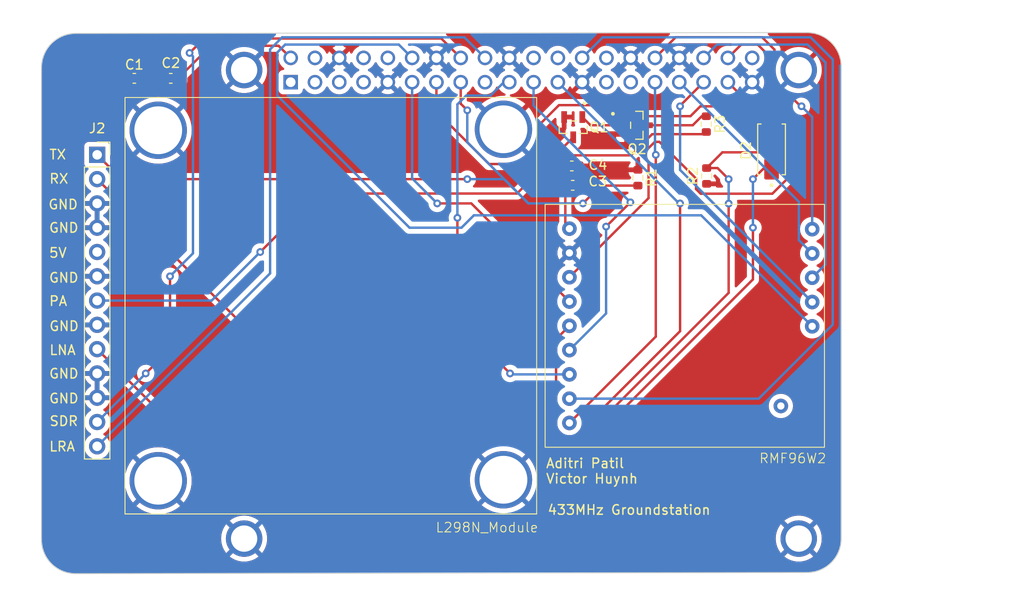
<source format=kicad_pcb>
(kicad_pcb (version 20221018) (generator pcbnew)
  (layers (0 "F.Cu" signal) (1 "In1.Cu" signal) (2 "In2.Cu" signal) (31 "B.Cu" signal) (34 "B.Paste" user) (35 "F.Paste" user) (36 "B.SilkS" user "B.Silkscreen") (37 "F.SilkS" user "F.Silkscreen") (38 "B.Mask" user) (39 "F.Mask" user) (44 "Edge.Cuts" user))
  (net 0 "")
  (net 1 "GND")
  (net 5 "LNA_PTT")
  (net 12 "/PTT_OUT")
  (net 15 "/DIO0")
  (net 16 "/DIO5")
  (net 17 "TX_CTRL")
  (net 18 "/DIO1")
  (net 19 "/DIO2")
  (net 20 "/DIO4")
  (net 21 "/DIO3")
  (net 22 "RX_CTRL")
  (net 23 "/enable")
  (net 24 "PA_PTT")
  (net 25 "+5V")
  (net 26 "Net-(J1-In)")
  (net 28 "Net-(Q1-Pad1)")
  (net 29 "/RST")
  (net 30 "/CS")
  (net 31 "/SCK")
  (net 32 "/MISO")
  (net 33 "/MOSI")
  (net 34 "LORA_CTRL")
  (net 35 "SDR_CTRL")
  (footprint "Capacitor_SMD:C_0603_1608Metric" (layer "F.Cu") (at 168.289381 79.387841)
    (fp_text reference "C3" (at 2.6162 -0.4064) (layer "F.SilkS"))
    (fp_text value "10uF")
    (fp_line (start -0.14058 -0.51) (end 0.14058 -0.51) (stroke (width 0.12)) (layer "F.SilkS"))
    (fp_line (start -0.14058 0.51) (end 0.14058 0.51) (stroke (width 0.12)) (layer "F.SilkS"))
    (pad "1" smd roundrect (at -0.775 0) (size 0.9 0.95) (layers "F.Cu" "F.Paste" "F.Mask") (net 25 "+5V"))
    (pad "2" smd roundrect (at 0.775 0) (size 0.9 0.95) (layers "F.Cu" "F.Paste" "F.Mask") (net 1 "GND"))
  )
  (footprint "RASPBERRY_PI_4B_4GB:SOT95P240X111-3N" (layer "F.Cu") (at 168.338805 73.308702 -90)
    (fp_text reference "Q1" (at 0.024711 -2.700875 -180) (layer "F.SilkS"))
    (fp_text value "2N7002")
    (fp_line (start -0.65 -0.33) (end -0.65 0.33) (stroke (width 0.127)) (layer "F.SilkS"))
    (fp_line (start 0.65 -1.46) (end -0.125 -1.46) (stroke (width 0.127)) (layer "F.SilkS"))
    (fp_line (start 0.65 -0.62) (end 0.65 -1.46) (stroke (width 0.127)) (layer "F.SilkS"))
    (fp_line (start 0.65 0.62) (end 0.65 1.46) (stroke (width 0.127)) (layer "F.SilkS"))
    (fp_line (start 0.65 1.46) (end -0.125 1.46) (stroke (width 0.127)) (layer "F.SilkS"))
    (fp_circle (center -2.5 -1.2) (end -2.4 -1.2) (stroke (width 0.2)) (fill none) (layer "F.SilkS"))
    (pad "1" smd roundrect (at -1.06 -0.95 270) (size 1.23 0.6) (layers "F.Cu" "F.Paste" "F.Mask") (roundrect_rratio 0.07) (net 28 "Net-(Q1-Pad1)"))
    (pad "2" smd roundrect (at -1.06 0.95 270) (size 1.23 0.6) (layers "F.Cu" "F.Paste" "F.Mask") (roundrect_rratio 0.07) (net 1 "GND"))
    (pad "3" smd roundrect (at 1.06 0 270) (size 1.23 0.6) (layers "F.Cu" "F.Paste" "F.Mask") (roundrect_rratio 0.07) (net 24 "PA_PTT"))
  )
  (footprint "Resistor_SMD:R_0603_1608Metric" (layer "F.Cu") (at 182.294031 78.406388 90)
    (fp_text reference "R2" (at 0 -1.43 90) (layer "F.SilkS"))
    (fp_text value "10k")
    (fp_line (start -0.237258 -0.5225) (end 0.237258 -0.5225) (stroke (width 0.12)) (layer "F.SilkS"))
    (fp_line (start -0.237258 0.5225) (end 0.237258 0.5225) (stroke (width 0.12)) (layer "F.SilkS"))
    (pad "1" smd roundrect (at -0.825 0 90) (size 0.8 0.95) (layers "F.Cu" "F.Paste" "F.Mask") (net 1 "GND"))
    (pad "2" smd roundrect (at 0.825 0 90) (size 0.8 0.95) (layers "F.Cu" "F.Paste" "F.Mask") (net 22 "RX_CTRL"))
  )
  (footprint "RASPBERRY_PI_4B_4GB:MODULE_RASPBERRY_PI_4B_4GB" (layer "F.Cu") (at 172.923029 91.832487)
    (fp_text reference "U2" hide)
    (fp_text value "RASPBERRY_PI_4B_4GB")
    (pad "1" thru_hole rect (at -34.13 -23.23) (size 1.524 1.524) (drill 1.016) (layers "*.Cu" "*.Mask"))
    (pad "2" thru_hole circle (at -34.13 -25.77) (size 1.524 1.524) (drill 1.016) (layers "*.Cu" "*.Mask") (net 25 "+5V"))
    (pad "3" thru_hole circle (at -31.59 -23.23) (size 1.524 1.524) (drill 1.016) (layers "*.Cu" "*.Mask"))
    (pad "4" thru_hole circle (at -31.59 -25.77) (size 1.524 1.524) (drill 1.016) (layers "*.Cu" "*.Mask") (net 25 "+5V"))
    (pad "5" thru_hole circle (at -29.05 -23.23) (size 1.524 1.524) (drill 1.016) (layers "*.Cu" "*.Mask"))
    (pad "6" thru_hole circle (at -29.05 -25.77) (size 1.524 1.524) (drill 1.016) (layers "*.Cu" "*.Mask") (net 1 "GND"))
    (pad "7" thru_hole circle (at -26.51 -23.23) (size 1.524 1.524) (drill 1.016) (layers "*.Cu" "*.Mask"))
    (pad "8" thru_hole circle (at -26.51 -25.77) (size 1.524 1.524) (drill 1.016) (layers "*.Cu" "*.Mask"))
    (pad "9" thru_hole circle (at -23.97 -23.23) (size 1.524 1.524) (drill 1.016) (layers "*.Cu" "*.Mask") (net 1 "GND"))
    (pad "10" thru_hole circle (at -23.97 -25.77) (size 1.524 1.524) (drill 1.016) (layers "*.Cu" "*.Mask"))
    (pad "11" thru_hole circle (at -21.43 -23.23) (size 1.524 1.524) (drill 1.016) (layers "*.Cu" "*.Mask") (net 15 "/DIO0"))
    (pad "12" thru_hole circle (at -21.43 -25.77) (size 1.524 1.524) (drill 1.016) (layers "*.Cu" "*.Mask") (net 16 "/DIO5"))
    (pad "13" thru_hole circle (at -18.89 -23.23) (size 1.524 1.524) (drill 1.016) (layers "*.Cu" "*.Mask") (net 12 "/PTT_OUT"))
    (pad "14" thru_hole circle (at -18.89 -25.77) (size 1.524 1.524) (drill 1.016) (layers "*.Cu" "*.Mask") (net 1 "GND"))
    (pad "15" thru_hole circle (at -16.35 -23.23) (size 1.524 1.524) (drill 1.016) (layers "*.Cu" "*.Mask") (net 17 "TX_CTRL"))
    (pad "16" thru_hole circle (at -16.35 -25.77) (size 1.524 1.524) (drill 1.016) (layers "*.Cu" "*.Mask") (net 35 "SDR_CTRL"))
    (pad "17" thru_hole circle (at -13.81 -23.23) (size 1.524 1.524) (drill 1.016) (layers "*.Cu" "*.Mask"))
    (pad "18" thru_hole circle (at -13.81 -25.77) (size 1.524 1.524) (drill 1.016) (layers "*.Cu" "*.Mask") (net 34 "LORA_CTRL"))
    (pad "19" thru_hole circle (at -11.27 -23.23) (size 1.524 1.524) (drill 1.016) (layers "*.Cu" "*.Mask") (net 33 "/MOSI"))
    (pad "20" thru_hole circle (at -11.27 -25.77) (size 1.524 1.524) (drill 1.016) (layers "*.Cu" "*.Mask") (net 1 "GND"))
    (pad "21" thru_hole circle (at -8.73 -23.23) (size 1.524 1.524) (drill 1.016) (layers "*.Cu" "*.Mask") (net 32 "/MISO"))
    (pad "22" thru_hole circle (at -8.73 -25.77) (size 1.524 1.524) (drill 1.016) (layers "*.Cu" "*.Mask"))
    (pad "23" thru_hole circle (at -6.19 -23.23) (size 1.524 1.524) (drill 1.016) (layers "*.Cu" "*.Mask") (net 31 "/SCK"))
    (pad "24" thru_hole circle (at -6.19 -25.77) (size 1.524 1.524) (drill 1.016) (layers "*.Cu" "*.Mask"))
    (pad "25" thru_hole circle (at -3.65 -23.23) (size 1.524 1.524) (drill 1.016) (layers "*.Cu" "*.Mask") (net 1 "GND"))
    (pad "26" thru_hole circle (at -3.65 -25.77) (size 1.524 1.524) (drill 1.016) (layers "*.Cu" "*.Mask") (net 30 "/CS"))
    (pad "27" thru_hole circle (at -1.11 -23.23) (size 1.524 1.524) (drill 1.016) (layers "*.Cu" "*.Mask"))
    (pad "28" thru_hole circle (at -1.11 -25.77) (size 1.524 1.524) (drill 1.016) (layers "*.Cu" "*.Mask"))
    (pad "29" thru_hole circle (at 1.43 -23.23) (size 1.524 1.524) (drill 1.016) (layers "*.Cu" "*.Mask"))
    (pad "30" thru_hole circle (at 1.43 -25.77) (size 1.524 1.524) (drill 1.016) (layers "*.Cu" "*.Mask") (net 1 "GND"))
    (pad "31" thru_hole circle (at 3.97 -23.23) (size 1.524 1.524) (drill 1.016) (layers "*.Cu" "*.Mask") (net 29 "/RST"))
    (pad "32" thru_hole circle (at 3.97 -25.77) (size 1.524 1.524) (drill 1.016) (layers "*.Cu" "*.Mask") (net 18 "/DIO1"))
    (pad "33" thru_hole circle (at 6.51 -23.23) (size 1.524 1.524) (drill 1.016) (layers "*.Cu" "*.Mask") (net 19 "/DIO2"))
    (pad "34" thru_hole circle (at 6.51 -25.77) (size 1.524 1.524) (drill 1.016) (layers "*.Cu" "*.Mask") (net 1 "GND"))
    (pad "35" thru_hole circle (at 9.05 -23.23) (size 1.524 1.524) (drill 1.016) (layers "*.Cu" "*.Mask") (net 20 "/DIO4"))
    (pad "36" thru_hole circle (at 9.05 -25.77) (size 1.524 1.524) (drill 1.016) (layers "*.Cu" "*.Mask") (net 21 "/DIO3"))
    (pad "37" thru_hole circle (at 11.59 -23.23) (size 1.524 1.524) (drill 1.016) (layers "*.Cu" "*.Mask") (net 22 "RX_CTRL"))
    (pad "38" thru_hole circle (at 11.59 -25.77) (size 1.524 1.524) (drill 1.016) (layers "*.Cu" "*.Mask") (net 23 "/enable"))
    (pad "39" thru_hole circle (at 14.13 -23.23) (size 1.524 1.524) (drill 1.016) (layers "*.Cu" "*.Mask") (net 1 "GND"))
    (pad "40" thru_hole circle (at 14.13 -25.77) (size 1.524 1.524) (drill 1.016) (layers "*.Cu" "*.Mask"))
    (pad "S1" thru_hole circle (at -39 -24.5) (size 3.8124 3.8124) (drill 2.75) (layers "*.Cu" "*.Mask") (net 1 "GND"))
    (pad "S2" thru_hole circle (at 19 -24.5) (size 3.8124 3.8124) (drill 2.75) (layers "*.Cu" "*.Mask") (net 1 "GND"))
    (pad "S3" thru_hole circle (at 19 24.5) (size 3.8124 3.8124) (drill 2.75) (layers "*.Cu" "*.Mask") (net 1 "GND"))
    (pad "S4" thru_hole circle (at -39 24.5) (size 3.8124 3.8124) (drill 2.75) (layers "*.Cu" "*.Mask") (net 1 "GND"))
  )
  (footprint "Resistor_SMD:R_0603_1608Metric" (layer "F.Cu") (at 175.102854 78.591728 -90)
    (fp_text reference "R1" (at 0 -1.43 90) (layer "F.SilkS"))
    (fp_text value "10k")
    (fp_line (start -0.237258 -0.5225) (end 0.237258 -0.5225) (stroke (width 0.12)) (layer "F.SilkS"))
    (fp_line (start -0.237258 0.5225) (end 0.237258 0.5225) (stroke (width 0.12)) (layer "F.SilkS"))
    (pad "1" smd roundrect (at -0.825 0 270) (size 0.8 0.95) (layers "F.Cu" "F.Paste" "F.Mask") (net 1 "GND"))
    (pad "2" smd roundrect (at 0.825 0 270) (size 0.8 0.95) (layers "F.Cu" "F.Paste" "F.Mask") (net 17 "TX_CTRL"))
  )
  (footprint "RASPBERRY_PI_4B_4GB:H-bridge module" (layer "F.Cu") (at 166.241437 95.478261 90)
    (fp_text reference "L298N_Module" (at -19.693741 -6.920576 unlocked) (layer "F.SilkS") (effects (font (thickness 0.1))))
    (fp_text value "L298N_Module")
    (fp_line (start -18.275 -44.775) (end -18.275 -1.725) (stroke (width 0.1)) (layer "F.SilkS"))
    (fp_rect (start -18.275 -44.775) (end 25.275 -1.725) (stroke (width 0.1)) (fill none) (layer "F.SilkS"))
    (pad "4" thru_hole circle (at -14.8 -41.3 90) (size 6 6) (drill 5) (layers "*.Cu" "*.Mask") (net 1 "GND"))
    (pad "4" thru_hole circle (at -14.7 -5.2 90) (size 6 6) (drill 5) (layers "*.Cu" "*.Mask") (net 1 "GND"))
    (pad "4" thru_hole circle (at 21.85 -41.3 90) (size 6 6) (drill 5) (layers "*.Cu" "*.Mask") (net 1 "GND"))
    (pad "4" thru_hole circle (at 21.95 -5.2 90) (size 6 6) (drill 5) (layers "*.Cu" "*.Mask") (net 1 "GND"))
  )
  (footprint "Capacitor_SMD:C_0603_1608Metric" (layer "F.Cu") (at 122.442168 68.199296)
    (fp_text reference "C1" (at 0 -1.43) (layer "F.SilkS"))
    (fp_text value "10uF")
    (fp_line (start -0.14058 -0.51) (end 0.14058 -0.51) (stroke (width 0.12)) (layer "F.SilkS"))
    (fp_line (start -0.14058 0.51) (end 0.14058 0.51) (stroke (width 0.12)) (layer "F.SilkS"))
    (pad "1" smd roundrect (at -0.775 0) (size 0.9 0.95) (layers "F.Cu" "F.Paste" "F.Mask") (net 25 "+5V"))
    (pad "2" smd roundrect (at 0.775 0) (size 0.9 0.95) (layers "F.Cu" "F.Paste" "F.Mask") (net 1 "GND"))
  )
  (footprint "Capacitor_SMD:C_0603_1608Metric" (layer "F.Cu") (at 126.252168 68.199296 180)
    (fp_text reference "C2" (at -0.0124 1.6002) (layer "F.SilkS"))
    (fp_text value "0.1uF")
    (fp_line (start -0.14058 -0.51) (end 0.14058 -0.51) (stroke (width 0.12)) (layer "F.SilkS"))
    (fp_line (start -0.14058 0.51) (end 0.14058 0.51) (stroke (width 0.12)) (layer "F.SilkS"))
    (pad "1" smd roundrect (at -0.775 0 180) (size 0.9 0.95) (layers "F.Cu" "F.Paste" "F.Mask") (net 25 "+5V"))
    (pad "2" smd roundrect (at 0.775 0 180) (size 0.9 0.95) (layers "F.Cu" "F.Paste" "F.Mask") (net 1 "GND"))
  )
  (footprint "Adafruit_RMF:RFM96W1" (layer "F.Cu") (at 194.624299 81.380767 -90)
    (fp_text reference "RMF96W2" (at 26.563242 3.325047 unlocked) (layer "F.SilkS") (effects (font (thickness 0.1))))
    (fp_text value "~")
    (fp_rect (start -0.001533 0.012724) (end 25.398467 29.222724) (stroke (width 0.1)) (fill none) (layer "F.SilkS"))
    (pad "1" thru_hole circle (at 2.538467 26.682724 270) (size 1.524 1.524) (drill 0.762) (layers "*.Cu" "*.Mask") (net 25 "+5V"))
    (pad "2" thru_hole circle (at 5.078467 26.682724 270) (size 1.524 1.524) (drill 0.762) (layers "*.Cu" "*.Mask") (net 1 "GND"))
    (pad "3" thru_hole circle (at 7.618467 26.682724 270) (size 1.524 1.524) (drill 0.762) (layers "*.Cu" "*.Mask") (net 23 "/enable"))
    (pad "4" thru_hole circle (at 10.158467 26.682724 270) (size 1.524 1.524) (drill 0.762) (layers "*.Cu" "*.Mask") (net 15 "/DIO0"))
    (pad "5" thru_hole circle (at 12.698467 26.682724 270) (size 1.524 1.524) (drill 0.762) (layers "*.Cu" "*.Mask") (net 31 "/SCK"))
    (pad "6" thru_hole circle (at 15.238467 26.682724 270) (size 1.524 1.524) (drill 0.762) (layers "*.Cu" "*.Mask") (net 32 "/MISO"))
    (pad "7" thru_hole circle (at 17.778467 26.682724 270) (size 1.524 1.524) (drill 0.762) (layers "*.Cu" "*.Mask") (net 33 "/MOSI"))
    (pad "8" thru_hole circle (at 20.318467 26.682724 270) (size 1.524 1.524) (drill 0.762) (layers "*.Cu" "*.Mask") (net 30 "/CS"))
    (pad "9" thru_hole circle (at 22.858467 26.682724 270) (size 1.524 1.524) (drill 0.762) (layers "*.Cu" "*.Mask") (net 29 "/RST"))
    (pad "10" thru_hole circle (at 2.5908 1.2954 270) (size 1.524 1.524) (drill 0.762) (layers "*.Cu" "*.Mask") (net 18 "/DIO1"))
    (pad "11" thru_hole circle (at 5.1308 1.2954 270) (size 1.524 1.524) (drill 0.762) (layers "*.Cu" "*.Mask") (net 19 "/DIO2"))
    (pad "12" thru_hole circle (at 7.6708 1.2954 270) (size 1.524 1.524) (drill 0.762) (layers "*.Cu" "*.Mask") (net 21 "/DIO3"))
    (pad "13" thru_hole circle (at 10.2108 1.2954 270) (size 1.524 1.524) (drill 0.762) (layers "*.Cu" "*.Mask") (net 20 "/DIO4"))
    (pad "14" thru_hole circle (at 12.7508 1.2954 270) (size 1.524 1.524) (drill 0.762) (layers "*.Cu" "*.Mask") (net 16 "/DIO5"))
    (pad "15" thru_hole circle (at 21.082 4.572 270) (size 1.524 1.524) (drill 0.762) (layers "*.Cu" "*.Mask") (net 26 "Net-(J1-In)"))
  )
  (footprint "Capacitor_SMD:C_0603_1608Metric" (layer "F.Cu") (at 168.190533 77.361461)
    (fp_text reference "C4" (at 2.7302 -0.1016) (layer "F.SilkS"))
    (fp_text value "0.1uF")
    (fp_line (start -0.14058 -0.51) (end 0.14058 -0.51) (stroke (width 0.12)) (layer "F.SilkS"))
    (fp_line (start -0.14058 0.51) (end 0.14058 0.51) (stroke (width 0.12)) (layer "F.SilkS"))
    (pad "1" smd roundrect (at -0.775 0) (size 0.9 0.95) (layers "F.Cu" "F.Paste" "F.Mask") (net 25 "+5V"))
    (pad "2" smd roundrect (at 0.775 0) (size 0.9 0.95) (layers "F.Cu" "F.Paste" "F.Mask") (net 1 "GND"))
  )
  (footprint "RASPBERRY_PI_4B_4GB:SOT95P240X111-3N" (layer "F.Cu") (at 174.99165 73.105675)
    (fp_text reference "Q2" (at 0.026653 2.501238) (layer "F.SilkS"))
    (fp_text value "2N7002")
    (fp_line (start -0.65 -0.33) (end -0.65 0.33) (stroke (width 0.127)) (layer "F.SilkS"))
    (fp_line (start 0.65 -1.46) (end -0.125 -1.46) (stroke (width 0.127)) (layer "F.SilkS"))
    (fp_line (start 0.65 -0.62) (end 0.65 -1.46) (stroke (width 0.127)) (layer "F.SilkS"))
    (fp_line (start 0.65 0.62) (end 0.65 1.46) (stroke (width 0.127)) (layer "F.SilkS"))
    (fp_line (start 0.65 1.46) (end -0.125 1.46) (stroke (width 0.127)) (layer "F.SilkS"))
    (fp_circle (center -2.5 -1.2) (end -2.4 -1.2) (stroke (width 0.2)) (fill none) (layer "F.SilkS"))
    (pad "1" smd roundrect (at -1.06 -0.95) (size 1.23 0.6) (layers "F.Cu" "F.Paste" "F.Mask") (roundrect_rratio 0.07) (net 12 "/PTT_OUT"))
    (pad "2" smd roundrect (at -1.06 0.95) (size 1.23 0.6) (layers "F.Cu" "F.Paste" "F.Mask") (roundrect_rratio 0.07) (net 1 "GND"))
    (pad "3" smd roundrect (at 1.06 0) (size 1.23 0.6) (layers "F.Cu" "F.Paste" "F.Mask") (roundrect_rratio 0.07) (net 28 "Net-(Q1-Pad1)"))
  )
  (footprint "Resistor_SMD:R_0603_1608Metric" (layer "F.Cu") (at 182.256963 72.984966 -90)
    (fp_text reference "R3" (at 0 -1.43 90) (layer "F.SilkS"))
    (fp_text value "100k")
    (fp_line (start -0.237258 -0.5225) (end 0.237258 -0.5225) (stroke (width 0.12)) (layer "F.SilkS"))
    (fp_line (start -0.237258 0.5225) (end 0.237258 0.5225) (stroke (width 0.12)) (layer "F.SilkS"))
    (pad "1" smd roundrect (at -0.825 0 270) (size 0.8 0.95) (layers "F.Cu" "F.Paste" "F.Mask") (net 28 "Net-(Q1-Pad1)"))
    (pad "2" smd roundrect (at 0.825 0 270) (size 0.8 0.95) (layers "F.Cu" "F.Paste" "F.Mask") (net 25 "+5V"))
  )
  (footprint "RASPBERRY_PI_4B_4GB:DIOM505270X240" (layer "F.Cu") (at 189.08085 75.626294 90)
    (fp_text reference "D2" (at -0.127235 -2.671685 90) (layer "F.SilkS") (effects (font (size 1.001756 1.001756))))
    (fp_text value "M7")
    (fp_line (start -2.65 -1.45) (end 2.65 -1.45) (stroke (width 0.127)) (layer "F.SilkS"))
    (fp_line (start -2.65 -1.1) (end -2.65 -1.45) (stroke (width 0.127)) (layer "F.SilkS"))
    (fp_line (start -2.65 1.1) (end -2.65 1.45) (stroke (width 0.127)) (layer "F.SilkS"))
    (fp_line (start -2.65 1.45) (end 2.65 1.45) (stroke (width 0.127)) (layer "F.SilkS"))
    (fp_line (start 2.65 -1.45) (end 2.65 -1.1) (stroke (width 0.127)) (layer "F.SilkS"))
    (fp_line (start 2.65 1.45) (end 2.65 1.1) (stroke (width 0.127)) (layer "F.SilkS"))
    (fp_circle (center -3.746 0) (end -3.646 0) (stroke (width 0.2)) (fill none) (layer "F.SilkS"))
    (pad "A" smd roundrect (at 2.05 0 90) (size 2.21 1.53) (layers "F.Cu" "F.Paste" "F.Mask") (roundrect_rratio 0.11) (net 12 "/PTT_OUT"))
    (pad "C" smd roundrect (at -2.05 0 90) (size 2.21 1.53) (layers "F.Cu" "F.Paste" "F.Mask") (roundrect_rratio 0.11) (net 5 "LNA_PTT"))
  )
  (footprint "Connector_PinSocket_2.54mm:PinSocket_1x13_P2.54mm_Vertical" (layer "F.Cu") (at 118.553937 76.2)
    (fp_text reference "J2" (at 0 -2.77) (layer "F.SilkS"))
    (fp_text value "Conn_01x13_Pin")
    (fp_line (start -1.33 1.27) (end -1.33 31.81) (stroke (width 0.12)) (layer "F.SilkS"))
    (fp_line (start -1.33 1.27) (end 1.33 1.27) (stroke (width 0.12)) (layer "F.SilkS"))
    (fp_line (start -1.33 31.81) (end 1.33 31.81) (stroke (width 0.12)) (layer "F.SilkS"))
    (fp_line (start 0 -1.33) (end 1.33 -1.33) (stroke (width 0.12)) (layer "F.SilkS"))
    (fp_line (start 1.33 -1.33) (end 1.33 0) (stroke (width 0.12)) (layer "F.SilkS"))
    (fp_line (start 1.33 1.27) (end 1.33 31.81) (stroke (width 0.12)) (layer "F.SilkS"))
    (pad "1" thru_hole rect (at 0 0) (size 1.7 1.7) (drill 1) (layers "*.Cu" "*.Mask") (net 17 "TX_CTRL"))
    (pad "2" thru_hole oval (at 0 2.54) (size 1.7 1.7) (drill 1) (layers "*.Cu" "*.Mask") (net 22 "RX_CTRL"))
    (pad "3" thru_hole oval (at 0 5.08) (size 1.7 1.7) (drill 1) (layers "*.Cu" "*.Mask") (net 1 "GND"))
    (pad "4" thru_hole oval (at 0 7.62) (size 1.7 1.7) (drill 1) (layers "*.Cu" "*.Mask") (net 1 "GND"))
    (pad "5" thru_hole oval (at 0 10.16) (size 1.7 1.7) (drill 1) (layers "*.Cu" "*.Mask") (net 25 "+5V"))
    (pad "6" thru_hole oval (at 0 12.7) (size 1.7 1.7) (drill 1) (layers "*.Cu" "*.Mask") (net 1 "GND"))
    (pad "7" thru_hole oval (at 0 15.24) (size 1.7 1.7) (drill 1) (layers "*.Cu" "*.Mask") (net 24 "PA_PTT"))
    (pad "8" thru_hole oval (at 0 17.78) (size 1.7 1.7) (drill 1) (layers "*.Cu" "*.Mask") (net 1 "GND"))
    (pad "9" thru_hole oval (at 0 20.32) (size 1.7 1.7) (drill 1) (layers "*.Cu" "*.Mask") (net 5 "LNA_PTT"))
    (pad "10" thru_hole oval (at 0 22.86) (size 1.7 1.7) (drill 1) (layers "*.Cu" "*.Mask") (net 1 "GND"))
    (pad "11" thru_hole oval (at 0 25.4) (size 1.7 1.7) (drill 1) (layers "*.Cu" "*.Mask") (net 1 "GND"))
    (pad "12" thru_hole oval (at 0 27.94) (size 1.7 1.7) (drill 1) (layers "*.Cu" "*.Mask") (net 35 "SDR_CTRL"))
    (pad "13" thru_hole oval (at 0 30.48) (size 1.7 1.7) (drill 1) (layers "*.Cu" "*.Mask") (net 34 "LORA_CTRL"))
  )
  (gr_arc (start 116.283619 119.998795) (mid 113.769182 118.957251) (end 112.727612 116.442825) (stroke (width 0.1)) (layer "Edge.Cuts"))
  (gr_line (start 112.727612 116.442825) (end 112.727612 67.087083) (stroke (width 0.1)) (layer "Edge.Cuts"))
  (gr_line (start 192.812937 63.413144) (end 116.188922 63.5) (stroke (width 0.1)) (layer "Edge.Cuts"))
  (gr_arc (start 196.368937 116.324886) (mid 195.327416 118.83938) (end 192.812937 119.880886) (stroke (width 0.1)) (layer "Edge.Cuts"))
  (gr_line (start 196.368937 66.969144) (end 196.368937 116.324886) (stroke (width 0.1)) (layer "Edge.Cuts"))
  (gr_arc (start 112.727612 67.087083) (mid 113.734041 64.594712) (end 116.188922 63.5) (stroke (width 0.1)) (layer "Edge.Cuts"))
  (gr_arc (start 192.812937 63.413144) (mid 195.32739 64.454685) (end 196.368937 66.969144) (stroke (width 0.1)) (layer "Edge.Cuts"))
  (gr_line (start 192.812937 119.880886) (end 116.283619 119.998795) (stroke (width 0.1)) (layer "Edge.Cuts"))
  (gr_text "GND" (at 113.441488 89.637338) (layer "F.SilkS") (effects (font (size 1 1)) (justify left bottom)))
  (gr_text "LRA" (at 113.45946 107.293034) (layer "F.SilkS") (effects (font (size 1 1)) (justify left bottom)))
  (gr_text "GND" (at 113.450474 102.263455) (layer "F.SilkS") (effects (font (size 1 1)) (justify left bottom)))
  (gr_text "433MHz Groundstation" (at 165.579061 113.914792) (layer "F.SilkS") (effects (font (size 1 1)) (justify left bottom)))
  (gr_text "RX" (at 113.473937 79.286139) (layer "F.SilkS") (effects (font (size 1 1)) (justify left bottom)))
  (gr_text "5V" (at 113.450474 87.032441) (layer "F.SilkS") (effects (font (size 1 1)) (justify left bottom)))
  (gr_text "TX" (at 113.473937 76.755125) (layer "F.SilkS") (effects (font (size 1 1)) (justify left bottom)))
  (gr_text "Aditri Patil\nVictor Huynh" (at 165.41592 110.651982) (layer "F.SilkS") (effects (font (size 1 1)) (justify left bottom)))
  (gr_text "GND" (at 113.376591 81.979398) (layer "F.SilkS") (effects (font (size 1 1)) (justify left bottom)))
  (gr_text "LNA" (at 113.482923 97.206918) (layer "F.SilkS") (effects (font (size 1 1)) (justify left bottom)))
  (gr_text "SDR" (at 113.491909 104.632224) (layer "F.SilkS") (effects (font (size 1 1)) (justify left bottom)))
  (gr_text "PA" (at 113.450474 92.079992) (layer "F.SilkS") (effects (font (size 1 1)) (justify left bottom)))
  (gr_text "GND" (at 113.473937 94.699367) (layer "F.SilkS") (effects (font (size 1 1)) (justify left bottom)))
  (gr_text "GND" (at 113.441488 84.413066) (layer "F.SilkS") (effects (font (size 1 1)) (justify left bottom)))
  (gr_text "GND" (at 113.450474 99.667543) (layer "F.SilkS") (effects (font (size 1 1)) (justify left bottom)))
  (segment (start 189.08085 77.676294) (end 188.197643 77.676294) (width 0.25) (layer "F.Cu") (net 5))
  (segment (start 188.197643 77.676294) (end 187.133937 78.74) (width 0.25) (layer "F.Cu") (net 5))
  (segment (start 187.133937 83.82) (end 187.133937 89.223599) (width 0.25) (layer "F.Cu") (net 5))
  (segment (start 187.133937 89.223599) (end 162.057536 114.3) (width 0.25) (layer "F.Cu") (net 5))
  (segment (start 136.333937 114.3) (end 118.553937 96.52) (width 0.25) (layer "F.Cu") (net 5))
  (segment (start 162.057536 114.3) (end 136.333937 114.3) (width 0.25) (layer "F.Cu") (net 5))
  (via (at 187.133937 83.82) (size 0.8) (drill 0.4) (layers "F.Cu" "B.Cu") (net 5))
  (via (at 187.133937 78.74) (size 0.8) (drill 0.4) (layers "F.Cu" "B.Cu") (net 5))
  (segment (start 187.133937 78.74) (end 187.133937 83.82) (width 0.25) (layer "B.Cu") (net 5))
  (segment (start 154.033029 71.657691) (end 154.033029 68.602487) (width 0.25) (layer "F.Cu") (net 12))
  (segment (start 163.312676 77.161261) (end 159.536599 77.161261) (width 0.25) (layer "F.Cu") (net 12))
  (segment (start 159.536599 77.161261) (end 154.033029 71.657691) (width 0.25) (layer "F.Cu") (net 12))
  (segment (start 180.602672 72.155675) (end 173.93165 72.155675) (width 0.25) (layer "F.Cu") (net 12))
  (segment (start 181.631381 71.126966) (end 180.602672 72.155675) (width 0.25) (layer "F.Cu") (net 12))
  (segment (start 172.776677 71.000702) (end 166.850047 71.000702) (width 0.25) (layer "F.Cu") (net 12))
  (segment (start 173.93165 72.155675) (end 172.776677 71.000702) (width 0.25) (layer "F.Cu") (net 12))
  (segment (start 166.850047 71.000702) (end 164.674437 73.176312) (width 0.25) (layer "F.Cu") (net 12))
  (segment (start 164.674437 73.176312) (end 164.674437 75.7995) (width 0.25) (layer "F.Cu") (net 12))
  (segment (start 186.631522 71.126966) (end 181.631381 71.126966) (width 0.25) (layer "F.Cu") (net 12))
  (segment (start 164.674437 75.7995) (end 163.312676 77.161261) (width 0.25) (layer "F.Cu") (net 12))
  (segment (start 189.08085 73.576294) (end 186.631522 71.126966) (width 0.25) (layer "F.Cu") (net 12))
  (segment (start 154.113937 81.28) (end 157.682341 81.28) (width 0.25) (layer "F.Cu") (net 15))
  (segment (start 157.682341 81.28) (end 167.941575 91.539234) (width 0.25) (layer "F.Cu") (net 15))
  (via (at 154.113937 81.28) (size 0.8) (drill 0.4) (layers "F.Cu" "B.Cu") (net 15))
  (segment (start 151.493029 78.659092) (end 154.113937 81.28) (width 0.25) (layer "B.Cu") (net 15))
  (segment (start 151.493029 68.602487) (end 151.493029 78.659092) (width 0.25) (layer "B.Cu") (net 15))
  (segment (start 193.328899 94.131567) (end 181.721566 82.524234) (width 0.25) (layer "B.Cu") (net 16))
  (segment (start 137.398029 65.484659) (end 138.215201 64.667487) (width 0.25) (layer "B.Cu") (net 16))
  (segment (start 156.653937 83.82) (end 151.220542 83.82) (width 0.25) (layer "B.Cu") (net 16))
  (segment (start 157.949703 82.524234) (end 156.653937 83.82) (width 0.25) (layer "B.Cu") (net 16))
  (segment (start 151.220542 83.82) (end 137.398029 69.997487) (width 0.25) (layer "B.Cu") (net 16))
  (segment (start 137.398029 69.997487) (end 137.398029 65.484659) (width 0.25) (layer "B.Cu") (net 16))
  (segment (start 181.721566 82.524234) (end 157.949703 82.524234) (width 0.25) (layer "B.Cu") (net 16))
  (segment (start 138.215201 64.667487) (end 150.098029 64.667487) (width 0.25) (layer "B.Cu") (net 16))
  (segment (start 150.098029 64.667487) (end 151.493029 66.062487) (width 0.25) (layer "B.Cu") (net 16))
  (segment (start 171.217209 79.416728) (end 169.353937 81.28) (width 0.25) (layer "F.Cu") (net 17))
  (segment (start 118.553937 76.2) (end 121.093937 78.74) (width 0.25) (layer "F.Cu") (net 17))
  (segment (start 175.102854 79.416728) (end 171.217209 79.416728) (width 0.25) (layer "F.Cu") (net 17))
  (segment (start 157.259965 71.537644) (end 156.573029 70.850708) (width 0.25) (layer "F.Cu") (net 17))
  (segment (start 121.093937 78.74) (end 157.259965 78.74) (width 0.25) (layer "F.Cu") (net 17))
  (segment (start 156.573029 70.850708) (end 156.573029 68.602487) (width 0.25) (layer "F.Cu") (net 17))
  (via (at 157.259965 78.74) (size 0.8) (drill 0.4) (layers "F.Cu" "B.Cu") (net 17))
  (via (at 169.353937 81.28) (size 0.8) (drill 0.4) (layers "F.Cu" "B.Cu") (net 17))
  (via (at 157.259965 71.537644) (size 0.8) (drill 0.4) (layers "F.Cu" "B.Cu") (net 17))
  (segment (start 157.259965 78.74) (end 161.115338 78.74) (width 0.25) (layer "B.Cu") (net 17))
  (segment (start 169.353937 81.28) (end 163.655338 81.28) (width 0.25) (layer "B.Cu") (net 17))
  (segment (start 161.115338 78.74) (end 163.655338 81.28) (width 0.25) (layer "B.Cu") (net 17))
  (segment (start 163.655338 81.28) (end 157.259965 74.884627) (width 0.25) (layer "B.Cu") (net 17))
  (segment (start 157.259965 74.884627) (end 157.259965 71.537644) (width 0.25) (layer "B.Cu") (net 17))
  (segment (start 189.383829 65.194551) (end 188.08765 63.898372) (width 0.25) (layer "F.Cu") (net 18))
  (segment (start 188.08765 63.898372) (end 179.057144 63.898372) (width 0.25) (layer "F.Cu") (net 18))
  (segment (start 192.11957 71.12) (end 189.383829 68.384259) (width 0.25) (layer "F.Cu") (net 18))
  (segment (start 192.213937 71.12) (end 192.11957 71.12) (width 0.25) (layer "F.Cu") (net 18))
  (segment (start 189.383829 68.384259) (end 189.383829 65.194551) (width 0.25) (layer "F.Cu") (net 18))
  (segment (start 179.057144 63.898372) (end 176.893029 66.062487) (width 0.25) (layer "F.Cu") (net 18))
  (via (at 192.213937 71.12) (size 0.8) (drill 0.4) (layers "F.Cu" "B.Cu") (net 18))
  (segment (start 193.328899 83.971567) (end 193.328899 72.234962) (width 0.25) (layer "B.Cu") (net 18))
  (segment (start 193.328899 72.234962) (end 192.213937 71.12) (width 0.25) (layer "B.Cu") (net 18))
  (segment (start 193.328899 86.511567) (end 191.933899 85.116567) (width 0.25) (layer "B.Cu") (net 19))
  (segment (start 191.933899 85.116567) (end 191.933899 81.103357) (width 0.25) (layer "B.Cu") (net 19))
  (segment (start 191.933899 81.103357) (end 179.433029 68.602487) (width 0.25) (layer "B.Cu") (net 19))
  (segment (start 179.513937 71.061579) (end 181.973029 68.602487) (width 0.25) (layer "F.Cu") (net 20))
  (segment (start 179.513937 71.12) (end 179.513937 71.061579) (width 0.25) (layer "F.Cu") (net 20))
  (via (at 179.513937 71.12) (size 0.8) (drill 0.4) (layers "F.Cu" "B.Cu") (net 20))
  (segment (start 179.513937 77.776605) (end 179.513937 71.12) (width 0.25) (layer "B.Cu") (net 20))
  (segment (start 193.328899 91.591567) (end 179.513937 77.776605) (width 0.25) (layer "B.Cu") (net 20))
  (segment (start 193.328899 91.591567) (end 181.973029 80.235697) (width 0.25) (layer "B.Cu") (net 20))
  (segment (start 183.368029 64.667487) (end 181.973029 66.062487) (width 0.25) (layer "B.Cu") (net 21))
  (segment (start 194.723899 66.542385) (end 192.849001 64.667487) (width 0.25) (layer "B.Cu") (net 21))
  (segment (start 193.328899 89.051567) (end 194.723899 87.656567) (width 0.25) (layer "B.Cu") (net 21))
  (segment (start 194.723899 87.656567) (end 194.723899 66.542385) (width 0.25) (layer "B.Cu") (net 21))
  (segment (start 192.849001 64.667487) (end 183.368029 64.667487) (width 0.25) (layer "B.Cu") (net 21))
  (segment (start 186.279508 70.368966) (end 188.544794 70.368966) (width 0.25) (layer "F.Cu") (net 22))
  (segment (start 146.206171 106.392234) (end 118.553937 78.74) (width 0.25) (layer "F.Cu") (net 22))
  (segment (start 182.294031 77.581388) (end 183.435325 77.581388) (width 0.25) (layer "F.Cu") (net 22))
  (segment (start 184.593937 81.297388) (end 184.593937 90.631674) (width 0.25) (layer "F.Cu") (net 22))
  (segment (start 189.673937 75.938294) (end 183.937125 75.938294) (width 0.25) (layer "F.Cu") (net 22))
  (segment (start 188.544794 70.368966) (end 190.47885 72.303022) (width 0.25) (layer "F.Cu") (net 22))
  (segment (start 184.513029 68.602487) (end 186.279508 70.368966) (width 0.25) (layer "F.Cu") (net 22))
  (segment (start 168.833377 106.392234) (end 146.206171 106.392234) (width 0.25) (layer "F.Cu") (net 22))
  (segment (start 183.435325 77.581388) (end 184.593937 78.74) (width 0.25) (layer "F.Cu") (net 22))
  (segment (start 190.47885 75.133381) (end 189.673937 75.938294) (width 0.25) (layer "F.Cu") (net 22))
  (segment (start 184.593937 90.631674) (end 168.833377 106.392234) (width 0.25) (layer "F.Cu") (net 22))
  (segment (start 190.47885 72.303022) (end 190.47885 75.133381) (width 0.25) (layer "F.Cu") (net 22))
  (segment (start 183.937125 75.938294) (end 182.294031 77.581388) (width 0.25) (layer "F.Cu") (net 22))
  (via (at 184.593937 78.74) (size 0.8) (drill 0.4) (layers "F.Cu" "B.Cu") (net 22))
  (via (at 184.593937 81.297388) (size 0.8) (drill 0.4) (layers "F.Cu" "B.Cu") (net 22))
  (segment (start 184.593937 78.74) (end 184.593937 81.297388) (width 0.25) (layer "B.Cu") (net 22))
  (segment (start 176.215937 76.902883) (end 175.940937 76.627883) (width 0.25) (layer "F.Cu") (net 23))
  (segment (start 185.908029 64.667487) (end 184.513029 66.062487) (width 0.25) (layer "F.Cu") (net 23))
  (segment (start 181.186031 79.78197) (end 181.668449 80.264388) (width 0.25) (layer "F.Cu") (net 23))
  (segment (start 177.348191 74.842966) (end 181.186031 78.680806) (width 0.25) (layer "F.Cu") (net 23))
  (segment (start 188.448029 65.484659) (end 187.630857 64.667487) (width 0.25) (layer "F.Cu") (net 23))
  (segment (start 188.448029 69.200227) (end 188.448029 65.484659) (width 0.25) (layer "F.Cu") (net 23))
  (segment (start 175.940937 75.772117) (end 176.870088 74.842966) (width 0.25) (layer "F.Cu") (net 23))
  (segment (start 191.23685 78.191566) (end 191.23685 71.989048) (width 0.25) (layer "F.Cu") (net 23))
  (segment (start 181.186031 78.680806) (end 181.186031 79.78197) (width 0.25) (layer "F.Cu") (net 23))
  (segment (start 191.23685 71.989048) (end 188.448029 69.200227) (width 0.25) (layer "F.Cu") (net 23))
  (segment (start 181.668449 80.264388) (end 189.164028 80.264388) (width 0.25) (layer "F.Cu") (net 23))
  (segment (start 175.940937 76.627883) (end 175.940937 75.772117) (width 0.25) (layer "F.Cu") (net 23))
  (segment (start 176.215937 80.724872) (end 176.215937 76.902883) (width 0.25) (layer "F.Cu") (net 23))
  (segment (start 167.941575 88.999234) (end 176.215937 80.724872) (width 0.25) (layer "F.Cu") (net 23))
  (segment (start 187.630857 64.667487) (end 185.908029 64.667487) (width 0.25) (layer "F.Cu") (net 23))
  (segment (start 189.164028 80.264388) (end 191.23685 78.191566) (width 0.25) (layer "F.Cu") (net 23))
  (segment (start 176.870088 74.842966) (end 177.348191 74.842966) (width 0.25) (layer "F.Cu") (net 23))
  (segment (start 141.720029 80.247) (end 162.460507 80.247) (width 0.25) (layer "F.Cu") (net 24))
  (segment (start 162.460507 80.247) (end 168.338805 74.368702) (width 0.25) (layer "F.Cu") (net 24))
  (segment (start 135.607029 86.36) (end 141.720029 80.247) (width 0.25) (layer "F.Cu") (net 24))
  (via (at 135.607029 86.36) (size 0.8) (drill 0.4) (layers "F.Cu" "B.Cu") (net 24))
  (segment (start 118.553937 91.44) (end 130.527029 91.44) (width 0.25) (layer "B.Cu") (net 24))
  (segment (start 130.527029 91.44) (end 135.607029 86.36) (width 0.25) (layer "B.Cu") (net 24))
  (segment (start 182.028254 74.038675) (end 176.595262 74.038675) (width 0.25) (layer "F.Cu") (net 25))
  (segment (start 167.415533 76.886461) (end 167.415533 77.361461) (width 0.25) (layer "F.Cu") (net 25))
  (segment (start 167.415533 77.361461) (end 167.415533 79.288993) (width 0.25) (layer "F.Cu") (net 25))
  (segment (start 182.256963 73.809966) (end 182.028254 74.038675) (width 0.25) (layer "F.Cu") (net 25))
  (segment (start 168.048533 76.253461) (end 167.415533 76.886461) (width 0.25) (layer "F.Cu") (net 25))
  (segment (start 167.415533 79.288993) (end 167.514381 79.387841) (width 0.25) (layer "F.Cu") (net 25))
  (segment (start 176.595262 74.038675) (end 174.380476 76.253461) (width 0.25) (layer "F.Cu") (net 25))
  (segment (start 127.027168 68.199296) (end 130.433177 64.793287) (width 0.25) (layer "F.Cu") (net 25))
  (segment (start 122.300168 67.091296) (end 126.394168 67.091296) (width 0.25) (layer "F.Cu") (net 25))
  (segment (start 167.514381 79.387841) (end 167.514381 83.49204) (width 0.25) (layer "F.Cu") (net 25))
  (segment (start 167.514381 83.49204) (end 167.941575 83.919234) (width 0.25) (layer "F.Cu") (net 25))
  (segment (start 121.667168 68.199296) (end 121.667168 67.724296) (width 0.25) (layer "F.Cu") (net 25))
  (segment (start 127.027168 67.724296) (end 127.027168 68.199296) (width 0.25) (layer "F.Cu") (net 25))
  (segment (start 130.433177 64.793287) (end 137.523829 64.793287) (width 0.25) (layer "F.Cu") (net 25))
  (segment (start 174.380476 76.253461) (end 168.048533 76.253461) (width 0.25) (layer "F.Cu") (net 25))
  (segment (start 126.394168 67.091296) (end 127.027168 67.724296) (width 0.25) (layer "F.Cu") (net 25))
  (segment (start 121.667168 67.724296) (end 122.300168 67.091296) (width 0.25) (layer "F.Cu") (net 25))
  (segment (start 137.523829 64.793287) (end 138.793029 66.062487) (width 0.25) (layer "F.Cu") (net 25))
  (segment (start 170.145778 73.105675) (end 169.288805 72.248702) (width 0.25) (layer "F.Cu") (net 28))
  (segment (start 182.256963 72.159966) (end 181.781963 72.159966) (width 0.25) (layer "F.Cu") (net 28))
  (segment (start 181.781963 72.159966) (end 180.836254 73.105675) (width 0.25) (layer "F.Cu") (net 28))
  (segment (start 180.836254 73.105675) (end 176.05165 73.105675) (width 0.25) (layer "F.Cu") (net 28))
  (segment (start 176.05165 73.105675) (end 170.145778 73.105675) (width 0.25) (layer "F.Cu") (net 28))
  (segment (start 176.973937 95.206872) (end 176.973937 76.2) (width 0.25) (layer "F.Cu") (net 29))
  (segment (start 167.941575 104.239234) (end 176.973937 95.206872) (width 0.25) (layer "F.Cu") (net 29))
  (via (at 176.973937 76.2) (size 0.8) (drill 0.4) (layers "F.Cu" "B.Cu") (net 29))
  (segment (start 176.893029 76.119092) (end 176.893029 68.602487) (width 0.25) (layer "B.Cu") (net 29))
  (segment (start 176.973937 76.2) (end 176.893029 76.119092) (width 0.25) (layer "B.Cu") (net 29))
  (segment (start 193.162975 63.909487) (end 195.481899 66.228411) (width 0.25) (layer "B.Cu") (net 30))
  (segment (start 187.73406 101.699234) (end 167.941575 101.699234) (width 0.25) (layer "B.Cu") (net 30))
  (segment (start 171.426029 63.909487) (end 193.162975 63.909487) (width 0.25) (layer "B.Cu") (net 30))
  (segment (start 195.481899 66.228411) (end 195.481899 93.951395) (width 0.25) (layer "B.Cu") (net 30))
  (segment (start 195.481899 93.951395) (end 187.73406 101.699234) (width 0.25) (layer "B.Cu") (net 30))
  (segment (start 169.273029 66.062487) (end 171.426029 63.909487) (width 0.25) (layer "B.Cu") (net 30))
  (segment (start 179.513937 81.28) (end 179.513937 94.6397) (width 0.25) (layer "F.Cu") (net 31))
  (segment (start 167.363747 105.634234) (end 166.546575 104.817062) (width 0.25) (layer "F.Cu") (net 31))
  (segment (start 179.513937 94.6397) (end 168.519403 105.634234) (width 0.25) (layer "F.Cu") (net 31))
  (segment (start 166.546575 95.474234) (end 167.941575 94.079234) (width 0.25) (layer "F.Cu") (net 31))
  (segment (start 168.519403 105.634234) (end 167.363747 105.634234) (width 0.25) (layer "F.Cu") (net 31))
  (segment (start 166.546575 104.817062) (end 166.546575 95.474234) (width 0.25) (layer "F.Cu") (net 31))
  (via (at 179.513937 81.28) (size 0.8) (drill 0.4) (layers "F.Cu" "B.Cu") (net 31))
  (segment (start 179.410542 81.28) (end 179.513937 81.28) (width 0.25) (layer "B.Cu") (net 31))
  (segment (start 166.733029 68.602487) (end 179.410542 81.28) (width 0.25) (layer "B.Cu") (net 31))
  (segment (start 174.316931 81.162994) (end 171.776931 83.702994) (width 0.25) (layer "F.Cu") (net 32))
  (via (at 171.776931 83.702994) (size 0.8) (drill 0.4) (layers "F.Cu" "B.Cu") (net 32))
  (via (at 174.316931 81.162994) (size 0.8) (drill 0.4) (layers "F.Cu" "B.Cu") (net 32))
  (segment (start 164.193029 71.039092) (end 174.316931 81.162994) (width 0.25) (layer "B.Cu") (net 32))
  (segment (start 164.193029 68.602487) (end 164.193029 71.039092) (width 0.25) (layer "B.Cu") (net 32))
  (segment (start 171.776931 92.783878) (end 167.941575 96.619234) (width 0.25) (layer "B.Cu") (net 32))
  (segment (start 171.776931 83.702994) (end 171.776931 92.783878) (width 0.25) (layer "B.Cu") (net 32))
  (segment (start 156.226965 93.553028) (end 161.733937 99.06) (width 0.25) (layer "F.Cu") (net 33))
  (segment (start 156.226965 82.787) (end 156.226965 93.553028) (width 0.25) (layer "F.Cu") (net 33))
  (via (at 156.226965 82.787) (size 0.8) (drill 0.4) (layers "F.Cu" "B.Cu") (net 33))
  (via (at 161.733937 99.06) (size 0.8) (drill 0.4) (layers "F.Cu" "B.Cu") (net 33))
  (segment (start 161.833171 99.159234) (end 167.941575 99.159234) (width 0.25) (layer "B.Cu") (net 33))
  (segment (start 161.733937 99.06) (end 161.833171 99.159234) (width 0.25) (layer "B.Cu") (net 33))
  (segment (start 156.226965 70.921379) (end 156.226965 82.787) (width 0.25) (layer "B.Cu") (net 33))
  (segment (start 159.690857 69.997487) (end 157.150857 69.997487) (width 0.25) (layer "B.Cu") (net 33))
  (segment (start 157.150857 69.997487) (end 156.226965 70.921379) (width 0.25) (layer "B.Cu") (net 33))
  (segment (start 161.085857 68.602487) (end 159.690857 69.997487) (width 0.25) (layer "B.Cu") (net 33))
  (segment (start 161.653029 68.602487) (end 161.085857 68.602487) (width 0.25) (layer "B.Cu") (net 33))
  (segment (start 156.960029 63.909487) (end 159.113029 66.062487) (width 0.25) (layer "B.Cu") (net 34))
  (segment (start 137.901227 63.909487) (end 156.960029 63.909487) (width 0.25) (layer "B.Cu") (net 34))
  (segment (start 136.640029 88.593908) (end 136.640029 65.170685) (width 0.25) (layer "B.Cu") (net 34))
  (segment (start 136.640029 65.170685) (end 137.901227 63.909487) (width 0.25) (layer "B.Cu") (net 34))
  (segment (start 118.553937 106.68) (end 136.640029 88.593908) (width 0.25) (layer "B.Cu") (net 34))
  (segment (start 154.545829 64.035287) (end 156.573029 66.062487) (width 0.25) (layer "F.Cu") (net 35))
  (segment (start 128.219758 65.545823) (end 129.730294 64.035287) (width 0.25) (layer "F.Cu") (net 35))
  (segment (start 123.633937 99.06) (end 126.173937 96.52) (width 0.25) (layer "F.Cu") (net 35))
  (segment (start 129.730294 64.035287) (end 154.545829 64.035287) (width 0.25) (layer "F.Cu") (net 35))
  (segment (start 126.173937 96.52) (end 126.173937 88.9) (width 0.25) (layer "F.Cu") (net 35))
  (via (at 126.173937 88.9) (size 0.8) (drill 0.4) (layers "F.Cu" "B.Cu") (net 35))
  (via (at 123.633937 99.06) (size 0.8) (drill 0.4) (layers "F.Cu" "B.Cu") (net 35))
  (via (at 128.219758 65.545823) (size 0.8) (drill 0.4) (layers "F.Cu" "B.Cu") (net 35))
  (segment (start 128.574437 86.4995) (end 126.173937 88.9) (width 0.25) (layer "B.Cu") (net 35))
  (segment (start 128.219758 65.545823) (end 128.574437 65.900502) (width 0.25) (layer "B.Cu") (net 35))
  (segment (start 118.553937 104.14) (end 123.633937 99.06) (width 0.25) (layer "B.Cu") (net 35))
  (segment (start 128.574437 65.900502) (end 128.574437 86.4995) (width 0.25) (layer "B.Cu") (net 35))
  (zone (net 1) (net_name "GND") (layers "F.Cu" "In1.Cu" "B.Cu") (priority 1) (connect_pads (clearance 0.5)) (min_thickness 0.25) (fill yes (thermal_gap 0.5) (thermal_bridge_width 0.5))
    (polygon (pts (xy 199.833937 124.46) (xy 200.341937 60.071) (xy 111.568937 60.007114) (xy 110.933937 124.46)))
  )
)
</source>
